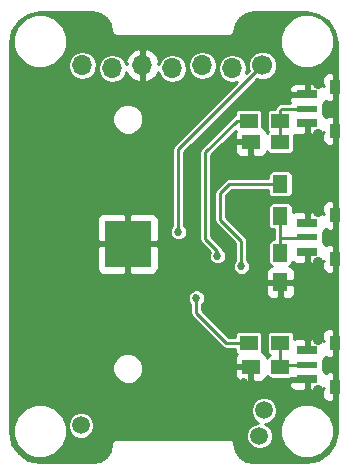
<source format=gtl>
G04 #@! TF.FileFunction,Copper,L1,Top,Signal*
%FSLAX46Y46*%
G04 Gerber Fmt 4.6, Leading zero omitted, Abs format (unit mm)*
G04 Created by KiCad (PCBNEW 4.0.5-e0-6337~49~ubuntu16.04.1) date Fri Feb 10 02:02:51 2017*
%MOMM*%
%LPD*%
G01*
G04 APERTURE LIST*
%ADD10C,0.100000*%
%ADD11C,1.500000*%
%ADD12C,1.700000*%
%ADD13O,1.700000X1.700000*%
%ADD14R,1.500000X1.300000*%
%ADD15R,1.300000X1.500000*%
%ADD16R,1.250000X1.500000*%
%ADD17R,1.500000X1.250000*%
%ADD18R,3.960000X3.960000*%
%ADD19R,0.900000X1.300000*%
%ADD20C,0.900000*%
%ADD21R,1.800000X0.750000*%
%ADD22R,1.800000X0.600000*%
%ADD23C,0.685800*%
%ADD24C,0.250000*%
%ADD25C,0.254000*%
G04 APERTURE END LIST*
D10*
D11*
X21971000Y-34163000D03*
X21590000Y-36322000D03*
X6477000Y-35433000D03*
D12*
X21844000Y-4953000D03*
D13*
X19304000Y-5207000D03*
X16764000Y-4953000D03*
X14224000Y-5207000D03*
X11684000Y-4953000D03*
X9144000Y-5207000D03*
X6604000Y-4953000D03*
D14*
X23368000Y-28448000D03*
X20668000Y-28448000D03*
D15*
X23368000Y-17686000D03*
X23368000Y-14986000D03*
D16*
X23368000Y-20828000D03*
X23368000Y-23328000D03*
D17*
X23368000Y-11430000D03*
X20868000Y-11430000D03*
D18*
X10430000Y-20052000D03*
D14*
X23368000Y-9652000D03*
X20668000Y-9652000D03*
D17*
X23368000Y-30464000D03*
X20868000Y-30464000D03*
D19*
X28000000Y-32150000D03*
X28000000Y-28450000D03*
D20*
X26550000Y-28175000D03*
X26550000Y-32425000D03*
D21*
X25650000Y-31525000D03*
D22*
X25650000Y-30300000D03*
D21*
X25650000Y-29075000D03*
D19*
X28004000Y-21344500D03*
X28004000Y-17644500D03*
D20*
X26554000Y-17369500D03*
X26554000Y-21619500D03*
D21*
X25654000Y-20719500D03*
D22*
X25654000Y-19494500D03*
D21*
X25654000Y-18269500D03*
D19*
X28004000Y-10486000D03*
X28004000Y-6786000D03*
D20*
X26554000Y-6511000D03*
X26554000Y-10761000D03*
D21*
X25654000Y-9861000D03*
D22*
X25654000Y-8636000D03*
D21*
X25654000Y-7411000D03*
D23*
X7620000Y-37592000D03*
X18034000Y-23368000D03*
X20447000Y-37592000D03*
X7620000Y-31242000D03*
X7620000Y-32766000D03*
X9144000Y-32766000D03*
X20320000Y-31750000D03*
X17780000Y-31750000D03*
X19050000Y-31750000D03*
X11430000Y-26924000D03*
X9906000Y-26924000D03*
X19304000Y-16256000D03*
X20320000Y-16256000D03*
X21336000Y-16256000D03*
X22352000Y-16256000D03*
X14732000Y-19050000D03*
X18034000Y-21082000D03*
X20066000Y-21970000D03*
X16256000Y-24638000D03*
D24*
X23368000Y-23328000D02*
X18074000Y-23328000D01*
X18074000Y-23328000D02*
X18034000Y-23368000D01*
X25654000Y-8636000D02*
X23484000Y-8636000D01*
X23484000Y-8636000D02*
X23368000Y-8752000D01*
X23368000Y-8752000D02*
X23368000Y-9652000D01*
X23550000Y-9470000D02*
X23368000Y-9652000D01*
X23368000Y-9652000D02*
X23368000Y-11430000D01*
X23368000Y-18542000D02*
X23368000Y-19558000D01*
X23368000Y-19558000D02*
X23368000Y-20828000D01*
X25654000Y-19558000D02*
X24240000Y-19558000D01*
X24240000Y-19558000D02*
X23368000Y-19558000D01*
X23368000Y-18542000D02*
X23368000Y-18686000D01*
X23368000Y-17686000D02*
X23368000Y-18542000D01*
X23368000Y-20828000D02*
X23368000Y-19828000D01*
X25650000Y-30300000D02*
X23532000Y-30300000D01*
X23532000Y-30300000D02*
X23368000Y-30464000D01*
X23368000Y-28448000D02*
X23368000Y-29464000D01*
X23368000Y-29464000D02*
X23368000Y-30464000D01*
X23876000Y-28432000D02*
X23876000Y-28164000D01*
X14732000Y-19050000D02*
X14732000Y-12065000D01*
X14732000Y-12065000D02*
X21844000Y-4953000D01*
X17018000Y-19641736D02*
X17018000Y-13716000D01*
X20668000Y-9652000D02*
X19668000Y-9652000D01*
X19668000Y-9652000D02*
X17018000Y-12302000D01*
X17018000Y-12302000D02*
X17018000Y-13716000D01*
X18034000Y-21082000D02*
X18034000Y-20657736D01*
X18034000Y-20657736D02*
X17018000Y-19641736D01*
X18288000Y-18034000D02*
X18542000Y-18288000D01*
X20066000Y-19812000D02*
X18542000Y-18288000D01*
X18542000Y-18288000D02*
X19050000Y-18796000D01*
X20066000Y-21970000D02*
X20066000Y-19812000D01*
X23368000Y-14986000D02*
X19050000Y-14986000D01*
X19050000Y-14986000D02*
X18288000Y-15748000D01*
X18288000Y-15748000D02*
X18288000Y-18034000D01*
X20668000Y-28448000D02*
X18796000Y-28448000D01*
X18796000Y-28448000D02*
X16256000Y-25908000D01*
X16256000Y-25908000D02*
X16256000Y-24638000D01*
D25*
G36*
X8087445Y-577712D02*
X8585456Y-910472D01*
X8918216Y-1408483D01*
X9052762Y-2084889D01*
X9068391Y-2122620D01*
X9078711Y-2174504D01*
X9108101Y-2218490D01*
X9120850Y-2249268D01*
X9144406Y-2272824D01*
X9177559Y-2322441D01*
X9227176Y-2355594D01*
X9246660Y-2375078D01*
X9272118Y-2385623D01*
X9325496Y-2421289D01*
X9388458Y-2433813D01*
X9411038Y-2443166D01*
X9435479Y-2443166D01*
X9500000Y-2456000D01*
X19000000Y-2456000D01*
X19064521Y-2443166D01*
X19088962Y-2443166D01*
X19111543Y-2433813D01*
X19174504Y-2421289D01*
X19227879Y-2385625D01*
X19253340Y-2375079D01*
X19272827Y-2355592D01*
X19322441Y-2322441D01*
X19355593Y-2272825D01*
X19379150Y-2249268D01*
X19391899Y-2218490D01*
X19421289Y-2174504D01*
X19431609Y-2122620D01*
X19447238Y-2084889D01*
X19581784Y-1408483D01*
X19914544Y-910472D01*
X20412555Y-577712D01*
X21024440Y-456000D01*
X25555089Y-456000D01*
X26570128Y-657904D01*
X27392562Y-1207438D01*
X27942096Y-2029872D01*
X28144000Y-3044911D01*
X28144000Y-5646750D01*
X28131000Y-5659750D01*
X28131000Y-6659000D01*
X28144000Y-6659000D01*
X28144000Y-6913000D01*
X28131000Y-6913000D01*
X28131000Y-7912250D01*
X28144000Y-7925250D01*
X28144000Y-9346750D01*
X28131000Y-9359750D01*
X28131000Y-10359000D01*
X28144000Y-10359000D01*
X28144000Y-10613000D01*
X28131000Y-10613000D01*
X28131000Y-11612250D01*
X28144000Y-11625250D01*
X28144000Y-16505250D01*
X28131000Y-16518250D01*
X28131000Y-17517500D01*
X28144000Y-17517500D01*
X28144000Y-17771500D01*
X28131000Y-17771500D01*
X28131000Y-18770750D01*
X28144000Y-18783750D01*
X28144000Y-20205250D01*
X28131000Y-20218250D01*
X28131000Y-21217500D01*
X28144000Y-21217500D01*
X28144000Y-21471500D01*
X28131000Y-21471500D01*
X28131000Y-22470750D01*
X28144000Y-22483750D01*
X28144000Y-27306750D01*
X28127000Y-27323750D01*
X28127000Y-28323000D01*
X28144000Y-28323000D01*
X28144000Y-28577000D01*
X28127000Y-28577000D01*
X28127000Y-29576250D01*
X28144000Y-29593250D01*
X28144000Y-31006750D01*
X28127000Y-31023750D01*
X28127000Y-32023000D01*
X28144000Y-32023000D01*
X28144000Y-32277000D01*
X28127000Y-32277000D01*
X28127000Y-33276250D01*
X28144000Y-33293250D01*
X28144000Y-35955089D01*
X27942096Y-36970128D01*
X27392562Y-37792562D01*
X26570128Y-38342096D01*
X25555089Y-38544000D01*
X21044911Y-38544000D01*
X20412555Y-38418216D01*
X19914544Y-38085456D01*
X19581784Y-37587445D01*
X19447238Y-36911039D01*
X19430051Y-36869546D01*
X19421289Y-36825496D01*
X19396336Y-36788152D01*
X19379150Y-36746660D01*
X19347394Y-36714903D01*
X19322441Y-36677559D01*
X19285098Y-36652607D01*
X19253340Y-36620849D01*
X19211845Y-36603661D01*
X19174504Y-36578711D01*
X19130456Y-36569949D01*
X19088962Y-36552762D01*
X19044050Y-36552762D01*
X19009970Y-36545983D01*
X20458804Y-36545983D01*
X20630625Y-36961823D01*
X20948503Y-37280256D01*
X21364043Y-37452804D01*
X21813983Y-37453196D01*
X22229823Y-37281375D01*
X22548256Y-36963497D01*
X22720804Y-36547957D01*
X22720975Y-36350936D01*
X23322606Y-36350936D01*
X23668528Y-37188132D01*
X24308499Y-37829221D01*
X25145090Y-38176604D01*
X26050936Y-38177394D01*
X26888132Y-37831472D01*
X27529221Y-37191501D01*
X27876604Y-36354910D01*
X27877394Y-35449064D01*
X27531472Y-34611868D01*
X26891501Y-33970779D01*
X26054910Y-33623396D01*
X25149064Y-33622606D01*
X24311868Y-33968528D01*
X23670779Y-34608499D01*
X23323396Y-35445090D01*
X23322606Y-36350936D01*
X22720975Y-36350936D01*
X22721196Y-36098017D01*
X22549375Y-35682177D01*
X22231497Y-35363744D01*
X22063732Y-35294082D01*
X22194983Y-35294196D01*
X22610823Y-35122375D01*
X22929256Y-34804497D01*
X23101804Y-34388957D01*
X23102196Y-33939017D01*
X22930375Y-33523177D01*
X22612497Y-33204744D01*
X22196957Y-33032196D01*
X21747017Y-33031804D01*
X21331177Y-33203625D01*
X21012744Y-33521503D01*
X20840196Y-33937043D01*
X20839804Y-34386983D01*
X21011625Y-34802823D01*
X21329503Y-35121256D01*
X21497268Y-35190918D01*
X21366017Y-35190804D01*
X20950177Y-35362625D01*
X20631744Y-35680503D01*
X20459196Y-36096043D01*
X20458804Y-36545983D01*
X19009970Y-36545983D01*
X19000000Y-36544000D01*
X9500000Y-36544000D01*
X9455950Y-36552762D01*
X9411038Y-36552762D01*
X9369545Y-36569949D01*
X9325496Y-36578711D01*
X9288152Y-36603663D01*
X9246660Y-36620850D01*
X9214904Y-36652606D01*
X9177559Y-36677559D01*
X9152606Y-36714904D01*
X9120850Y-36746660D01*
X9103664Y-36788152D01*
X9078711Y-36825496D01*
X9069949Y-36869546D01*
X9052762Y-36911039D01*
X8918216Y-37587445D01*
X8585456Y-38085456D01*
X8087445Y-38418216D01*
X7455088Y-38544000D01*
X3044911Y-38544000D01*
X2029872Y-38342096D01*
X1207438Y-37792562D01*
X657904Y-36970128D01*
X534739Y-36350936D01*
X722606Y-36350936D01*
X1068528Y-37188132D01*
X1708499Y-37829221D01*
X2545090Y-38176604D01*
X3450936Y-38177394D01*
X4288132Y-37831472D01*
X4929221Y-37191501D01*
X5276604Y-36354910D01*
X5277212Y-35656983D01*
X5345804Y-35656983D01*
X5517625Y-36072823D01*
X5835503Y-36391256D01*
X6251043Y-36563804D01*
X6700983Y-36564196D01*
X7116823Y-36392375D01*
X7435256Y-36074497D01*
X7607804Y-35658957D01*
X7608196Y-35209017D01*
X7436375Y-34793177D01*
X7118497Y-34474744D01*
X6702957Y-34302196D01*
X6253017Y-34301804D01*
X5837177Y-34473625D01*
X5518744Y-34791503D01*
X5346196Y-35207043D01*
X5345804Y-35656983D01*
X5277212Y-35656983D01*
X5277394Y-35449064D01*
X4931472Y-34611868D01*
X4291501Y-33970779D01*
X3454910Y-33623396D01*
X2549064Y-33622606D01*
X1711868Y-33968528D01*
X1070779Y-34608499D01*
X723396Y-35445090D01*
X722606Y-36350936D01*
X534739Y-36350936D01*
X456000Y-35955089D01*
X456000Y-30865640D01*
X9123774Y-30865640D01*
X9322182Y-31345823D01*
X9689245Y-31713527D01*
X10169081Y-31912773D01*
X10688640Y-31913226D01*
X10936650Y-31810750D01*
X24115000Y-31810750D01*
X24115000Y-32026310D01*
X24211673Y-32259699D01*
X24390302Y-32438327D01*
X24623691Y-32535000D01*
X25364250Y-32535000D01*
X25523000Y-32376250D01*
X25523000Y-31652000D01*
X24273750Y-31652000D01*
X24115000Y-31810750D01*
X10936650Y-31810750D01*
X11168823Y-31714818D01*
X11536527Y-31347755D01*
X11735773Y-30867919D01*
X11735876Y-30749750D01*
X19483000Y-30749750D01*
X19483000Y-31215310D01*
X19579673Y-31448699D01*
X19758302Y-31627327D01*
X19991691Y-31724000D01*
X20582250Y-31724000D01*
X20741000Y-31565250D01*
X20741000Y-30591000D01*
X19641750Y-30591000D01*
X19483000Y-30749750D01*
X11735876Y-30749750D01*
X11736226Y-30348360D01*
X11537818Y-29868177D01*
X11170755Y-29500473D01*
X10690919Y-29301227D01*
X10171360Y-29300774D01*
X9691177Y-29499182D01*
X9323473Y-29866245D01*
X9124227Y-30346081D01*
X9123774Y-30865640D01*
X456000Y-30865640D01*
X456000Y-24781361D01*
X15531975Y-24781361D01*
X15641950Y-25047521D01*
X15750000Y-25155760D01*
X15750000Y-25908000D01*
X15788517Y-26101638D01*
X15898204Y-26265796D01*
X18438204Y-28805796D01*
X18602362Y-28915483D01*
X18796000Y-28954000D01*
X19529536Y-28954000D01*
X19529536Y-29098000D01*
X19556103Y-29239190D01*
X19639546Y-29368865D01*
X19669585Y-29389390D01*
X19579673Y-29479301D01*
X19483000Y-29712690D01*
X19483000Y-30178250D01*
X19641750Y-30337000D01*
X20741000Y-30337000D01*
X20741000Y-30317000D01*
X20995000Y-30317000D01*
X20995000Y-30337000D01*
X21015000Y-30337000D01*
X21015000Y-30591000D01*
X20995000Y-30591000D01*
X20995000Y-31565250D01*
X21153750Y-31724000D01*
X21744309Y-31724000D01*
X21977698Y-31627327D01*
X22156327Y-31448699D01*
X22253000Y-31215310D01*
X22253000Y-31213699D01*
X22256103Y-31230190D01*
X22339546Y-31359865D01*
X22466866Y-31446859D01*
X22618000Y-31477464D01*
X24118000Y-31477464D01*
X24259190Y-31450897D01*
X24341395Y-31398000D01*
X25523000Y-31398000D01*
X25523000Y-31378000D01*
X25777000Y-31378000D01*
X25777000Y-31398000D01*
X25797000Y-31398000D01*
X25797000Y-31652000D01*
X25777000Y-31652000D01*
X25777000Y-32376250D01*
X25935750Y-32535000D01*
X26676309Y-32535000D01*
X26909698Y-32438327D01*
X27071024Y-32277002D01*
X27073748Y-32277002D01*
X26915000Y-32435750D01*
X26915000Y-32926309D01*
X27011673Y-33159698D01*
X27190301Y-33338327D01*
X27423690Y-33435000D01*
X27714250Y-33435000D01*
X27873000Y-33276250D01*
X27873000Y-32277000D01*
X27853000Y-32277000D01*
X27853000Y-32023000D01*
X27873000Y-32023000D01*
X27873000Y-31023750D01*
X27714250Y-30865000D01*
X27423690Y-30865000D01*
X27190301Y-30961673D01*
X27168388Y-30983586D01*
X27088327Y-30790301D01*
X26931654Y-30633629D01*
X26938464Y-30600000D01*
X26938464Y-30000000D01*
X26932060Y-29965965D01*
X27088327Y-29809699D01*
X27168388Y-29616414D01*
X27190301Y-29638327D01*
X27423690Y-29735000D01*
X27714250Y-29735000D01*
X27873000Y-29576250D01*
X27873000Y-28577000D01*
X27853000Y-28577000D01*
X27853000Y-28323000D01*
X27873000Y-28323000D01*
X27873000Y-27323750D01*
X27714250Y-27165000D01*
X27423690Y-27165000D01*
X27190301Y-27261673D01*
X27011673Y-27440302D01*
X26915000Y-27673691D01*
X26915000Y-28164250D01*
X27073748Y-28322998D01*
X27071024Y-28322998D01*
X26909698Y-28161673D01*
X26676309Y-28065000D01*
X25935750Y-28065000D01*
X25777000Y-28223750D01*
X25777000Y-28948000D01*
X25797000Y-28948000D01*
X25797000Y-29202000D01*
X25777000Y-29202000D01*
X25777000Y-29222000D01*
X25523000Y-29222000D01*
X25523000Y-29202000D01*
X25503000Y-29202000D01*
X25503000Y-28948000D01*
X25523000Y-28948000D01*
X25523000Y-28223750D01*
X25364250Y-28065000D01*
X24623691Y-28065000D01*
X24506464Y-28113557D01*
X24506464Y-27798000D01*
X24479897Y-27656810D01*
X24396454Y-27527135D01*
X24269134Y-27440141D01*
X24118000Y-27409536D01*
X22618000Y-27409536D01*
X22476810Y-27436103D01*
X22347135Y-27519546D01*
X22260141Y-27646866D01*
X22229536Y-27798000D01*
X22229536Y-29098000D01*
X22256103Y-29239190D01*
X22339546Y-29368865D01*
X22466866Y-29455859D01*
X22526034Y-29467841D01*
X22476810Y-29477103D01*
X22347135Y-29560546D01*
X22260141Y-29687866D01*
X22253000Y-29723130D01*
X22253000Y-29712690D01*
X22156327Y-29479301D01*
X21977698Y-29300673D01*
X21781850Y-29219550D01*
X21806464Y-29098000D01*
X21806464Y-27798000D01*
X21779897Y-27656810D01*
X21696454Y-27527135D01*
X21569134Y-27440141D01*
X21418000Y-27409536D01*
X19918000Y-27409536D01*
X19776810Y-27436103D01*
X19647135Y-27519546D01*
X19560141Y-27646866D01*
X19529536Y-27798000D01*
X19529536Y-27942000D01*
X19005592Y-27942000D01*
X16762000Y-25698408D01*
X16762000Y-25155740D01*
X16869335Y-25048592D01*
X16979774Y-24782624D01*
X16980025Y-24494639D01*
X16870050Y-24228479D01*
X16666592Y-24024665D01*
X16400624Y-23914226D01*
X16112639Y-23913975D01*
X15846479Y-24023950D01*
X15642665Y-24227408D01*
X15532226Y-24493376D01*
X15531975Y-24781361D01*
X456000Y-24781361D01*
X456000Y-23613750D01*
X22108000Y-23613750D01*
X22108000Y-24204309D01*
X22204673Y-24437698D01*
X22383301Y-24616327D01*
X22616690Y-24713000D01*
X23082250Y-24713000D01*
X23241000Y-24554250D01*
X23241000Y-23455000D01*
X23495000Y-23455000D01*
X23495000Y-24554250D01*
X23653750Y-24713000D01*
X24119310Y-24713000D01*
X24352699Y-24616327D01*
X24531327Y-24437698D01*
X24628000Y-24204309D01*
X24628000Y-23613750D01*
X24469250Y-23455000D01*
X23495000Y-23455000D01*
X23241000Y-23455000D01*
X22266750Y-23455000D01*
X22108000Y-23613750D01*
X456000Y-23613750D01*
X456000Y-20337750D01*
X7815000Y-20337750D01*
X7815000Y-22158309D01*
X7911673Y-22391698D01*
X8090301Y-22570327D01*
X8323690Y-22667000D01*
X10144250Y-22667000D01*
X10303000Y-22508250D01*
X10303000Y-20179000D01*
X10557000Y-20179000D01*
X10557000Y-22508250D01*
X10715750Y-22667000D01*
X12536310Y-22667000D01*
X12769699Y-22570327D01*
X12948327Y-22391698D01*
X13045000Y-22158309D01*
X13045000Y-20337750D01*
X12886250Y-20179000D01*
X10557000Y-20179000D01*
X10303000Y-20179000D01*
X7973750Y-20179000D01*
X7815000Y-20337750D01*
X456000Y-20337750D01*
X456000Y-17945691D01*
X7815000Y-17945691D01*
X7815000Y-19766250D01*
X7973750Y-19925000D01*
X10303000Y-19925000D01*
X10303000Y-17595750D01*
X10557000Y-17595750D01*
X10557000Y-19925000D01*
X12886250Y-19925000D01*
X13045000Y-19766250D01*
X13045000Y-19193361D01*
X14007975Y-19193361D01*
X14117950Y-19459521D01*
X14321408Y-19663335D01*
X14587376Y-19773774D01*
X14875361Y-19774025D01*
X15141521Y-19664050D01*
X15345335Y-19460592D01*
X15455774Y-19194624D01*
X15456025Y-18906639D01*
X15346050Y-18640479D01*
X15238000Y-18532240D01*
X15238000Y-12302000D01*
X16512000Y-12302000D01*
X16512000Y-19641736D01*
X16550517Y-19835374D01*
X16660204Y-19999532D01*
X17394674Y-20734002D01*
X17310226Y-20937376D01*
X17309975Y-21225361D01*
X17419950Y-21491521D01*
X17623408Y-21695335D01*
X17889376Y-21805774D01*
X18177361Y-21806025D01*
X18443521Y-21696050D01*
X18647335Y-21492592D01*
X18757774Y-21226624D01*
X18758025Y-20938639D01*
X18648050Y-20672479D01*
X18516775Y-20540974D01*
X18501483Y-20464098D01*
X18391796Y-20299940D01*
X17524000Y-19432144D01*
X17524000Y-15748000D01*
X17782000Y-15748000D01*
X17782000Y-18034000D01*
X17820517Y-18227638D01*
X17930204Y-18391796D01*
X19560000Y-20021592D01*
X19560000Y-21452260D01*
X19452665Y-21559408D01*
X19342226Y-21825376D01*
X19341975Y-22113361D01*
X19451950Y-22379521D01*
X19655408Y-22583335D01*
X19921376Y-22693774D01*
X20209361Y-22694025D01*
X20475521Y-22584050D01*
X20608111Y-22451691D01*
X22108000Y-22451691D01*
X22108000Y-23042250D01*
X22266750Y-23201000D01*
X23241000Y-23201000D01*
X23241000Y-23181000D01*
X23495000Y-23181000D01*
X23495000Y-23201000D01*
X24469250Y-23201000D01*
X24628000Y-23042250D01*
X24628000Y-22451691D01*
X24531327Y-22218302D01*
X24352699Y-22039673D01*
X24119310Y-21943000D01*
X24117699Y-21943000D01*
X24134190Y-21939897D01*
X24263865Y-21856454D01*
X24350859Y-21729134D01*
X24374393Y-21612918D01*
X24394302Y-21632827D01*
X24627691Y-21729500D01*
X25368250Y-21729500D01*
X25527000Y-21570750D01*
X25527000Y-20846500D01*
X25507000Y-20846500D01*
X25507000Y-20592500D01*
X25527000Y-20592500D01*
X25527000Y-20572500D01*
X25781000Y-20572500D01*
X25781000Y-20592500D01*
X25801000Y-20592500D01*
X25801000Y-20846500D01*
X25781000Y-20846500D01*
X25781000Y-21570750D01*
X25939750Y-21729500D01*
X26680309Y-21729500D01*
X26913698Y-21632827D01*
X27075024Y-21471502D01*
X27077748Y-21471502D01*
X26919000Y-21630250D01*
X26919000Y-22120809D01*
X27015673Y-22354198D01*
X27194301Y-22532827D01*
X27427690Y-22629500D01*
X27718250Y-22629500D01*
X27877000Y-22470750D01*
X27877000Y-21471500D01*
X27857000Y-21471500D01*
X27857000Y-21217500D01*
X27877000Y-21217500D01*
X27877000Y-20218250D01*
X27718250Y-20059500D01*
X27427690Y-20059500D01*
X27194301Y-20156173D01*
X27172388Y-20178086D01*
X27092327Y-19984801D01*
X26935654Y-19828129D01*
X26942464Y-19794500D01*
X26942464Y-19194500D01*
X26936060Y-19160465D01*
X27092327Y-19004199D01*
X27172388Y-18810914D01*
X27194301Y-18832827D01*
X27427690Y-18929500D01*
X27718250Y-18929500D01*
X27877000Y-18770750D01*
X27877000Y-17771500D01*
X27857000Y-17771500D01*
X27857000Y-17517500D01*
X27877000Y-17517500D01*
X27877000Y-16518250D01*
X27718250Y-16359500D01*
X27427690Y-16359500D01*
X27194301Y-16456173D01*
X27015673Y-16634802D01*
X26919000Y-16868191D01*
X26919000Y-17358750D01*
X27077748Y-17517498D01*
X27075024Y-17517498D01*
X26913698Y-17356173D01*
X26680309Y-17259500D01*
X25939750Y-17259500D01*
X25781000Y-17418250D01*
X25781000Y-18142500D01*
X25801000Y-18142500D01*
X25801000Y-18396500D01*
X25781000Y-18396500D01*
X25781000Y-18416500D01*
X25527000Y-18416500D01*
X25527000Y-18396500D01*
X25507000Y-18396500D01*
X25507000Y-18142500D01*
X25527000Y-18142500D01*
X25527000Y-17418250D01*
X25368250Y-17259500D01*
X24627691Y-17259500D01*
X24406464Y-17351135D01*
X24406464Y-16936000D01*
X24379897Y-16794810D01*
X24296454Y-16665135D01*
X24169134Y-16578141D01*
X24018000Y-16547536D01*
X22718000Y-16547536D01*
X22576810Y-16574103D01*
X22447135Y-16657546D01*
X22360141Y-16784866D01*
X22329536Y-16936000D01*
X22329536Y-18436000D01*
X22356103Y-18577190D01*
X22439546Y-18706865D01*
X22566866Y-18793859D01*
X22718000Y-18824464D01*
X22862000Y-18824464D01*
X22862000Y-19689536D01*
X22743000Y-19689536D01*
X22601810Y-19716103D01*
X22472135Y-19799546D01*
X22385141Y-19926866D01*
X22354536Y-20078000D01*
X22354536Y-21578000D01*
X22381103Y-21719190D01*
X22464546Y-21848865D01*
X22591866Y-21935859D01*
X22627130Y-21943000D01*
X22616690Y-21943000D01*
X22383301Y-22039673D01*
X22204673Y-22218302D01*
X22108000Y-22451691D01*
X20608111Y-22451691D01*
X20679335Y-22380592D01*
X20789774Y-22114624D01*
X20790025Y-21826639D01*
X20680050Y-21560479D01*
X20572000Y-21452240D01*
X20572000Y-19812000D01*
X20533483Y-19618362D01*
X20423796Y-19454204D01*
X18794000Y-17824408D01*
X18794000Y-15957592D01*
X19259592Y-15492000D01*
X22329536Y-15492000D01*
X22329536Y-15736000D01*
X22356103Y-15877190D01*
X22439546Y-16006865D01*
X22566866Y-16093859D01*
X22718000Y-16124464D01*
X24018000Y-16124464D01*
X24159190Y-16097897D01*
X24288865Y-16014454D01*
X24375859Y-15887134D01*
X24406464Y-15736000D01*
X24406464Y-14236000D01*
X24379897Y-14094810D01*
X24296454Y-13965135D01*
X24169134Y-13878141D01*
X24018000Y-13847536D01*
X22718000Y-13847536D01*
X22576810Y-13874103D01*
X22447135Y-13957546D01*
X22360141Y-14084866D01*
X22329536Y-14236000D01*
X22329536Y-14480000D01*
X19050000Y-14480000D01*
X18856362Y-14518517D01*
X18692204Y-14628204D01*
X17930204Y-15390204D01*
X17820517Y-15554362D01*
X17782000Y-15748000D01*
X17524000Y-15748000D01*
X17524000Y-12511592D01*
X18319842Y-11715750D01*
X19483000Y-11715750D01*
X19483000Y-12181310D01*
X19579673Y-12414699D01*
X19758302Y-12593327D01*
X19991691Y-12690000D01*
X20582250Y-12690000D01*
X20741000Y-12531250D01*
X20741000Y-11557000D01*
X19641750Y-11557000D01*
X19483000Y-11715750D01*
X18319842Y-11715750D01*
X19570315Y-10465277D01*
X19570974Y-10466301D01*
X19483000Y-10678690D01*
X19483000Y-11144250D01*
X19641750Y-11303000D01*
X20741000Y-11303000D01*
X20741000Y-11283000D01*
X20995000Y-11283000D01*
X20995000Y-11303000D01*
X21015000Y-11303000D01*
X21015000Y-11557000D01*
X20995000Y-11557000D01*
X20995000Y-12531250D01*
X21153750Y-12690000D01*
X21744309Y-12690000D01*
X21977698Y-12593327D01*
X22156327Y-12414699D01*
X22253000Y-12181310D01*
X22253000Y-12179699D01*
X22256103Y-12196190D01*
X22339546Y-12325865D01*
X22466866Y-12412859D01*
X22618000Y-12443464D01*
X24118000Y-12443464D01*
X24259190Y-12416897D01*
X24388865Y-12333454D01*
X24475859Y-12206134D01*
X24506464Y-12055000D01*
X24506464Y-10820786D01*
X24627691Y-10871000D01*
X25368250Y-10871000D01*
X25527000Y-10712250D01*
X25527000Y-9988000D01*
X25507000Y-9988000D01*
X25507000Y-9734000D01*
X25527000Y-9734000D01*
X25527000Y-9714000D01*
X25781000Y-9714000D01*
X25781000Y-9734000D01*
X25801000Y-9734000D01*
X25801000Y-9988000D01*
X25781000Y-9988000D01*
X25781000Y-10712250D01*
X25939750Y-10871000D01*
X26680309Y-10871000D01*
X26913698Y-10774327D01*
X27075024Y-10613002D01*
X27077748Y-10613002D01*
X26919000Y-10771750D01*
X26919000Y-11262309D01*
X27015673Y-11495698D01*
X27194301Y-11674327D01*
X27427690Y-11771000D01*
X27718250Y-11771000D01*
X27877000Y-11612250D01*
X27877000Y-10613000D01*
X27857000Y-10613000D01*
X27857000Y-10359000D01*
X27877000Y-10359000D01*
X27877000Y-9359750D01*
X27718250Y-9201000D01*
X27427690Y-9201000D01*
X27194301Y-9297673D01*
X27172388Y-9319586D01*
X27092327Y-9126301D01*
X26935654Y-8969629D01*
X26942464Y-8936000D01*
X26942464Y-8336000D01*
X26936060Y-8301965D01*
X27092327Y-8145699D01*
X27172388Y-7952414D01*
X27194301Y-7974327D01*
X27427690Y-8071000D01*
X27718250Y-8071000D01*
X27877000Y-7912250D01*
X27877000Y-6913000D01*
X27857000Y-6913000D01*
X27857000Y-6659000D01*
X27877000Y-6659000D01*
X27877000Y-5659750D01*
X27718250Y-5501000D01*
X27427690Y-5501000D01*
X27194301Y-5597673D01*
X27015673Y-5776302D01*
X26919000Y-6009691D01*
X26919000Y-6500250D01*
X27077748Y-6658998D01*
X27075024Y-6658998D01*
X26913698Y-6497673D01*
X26680309Y-6401000D01*
X25939750Y-6401000D01*
X25781000Y-6559750D01*
X25781000Y-7284000D01*
X25801000Y-7284000D01*
X25801000Y-7538000D01*
X25781000Y-7538000D01*
X25781000Y-7558000D01*
X25527000Y-7558000D01*
X25527000Y-7538000D01*
X24277750Y-7538000D01*
X24119000Y-7696750D01*
X24119000Y-7912310D01*
X24209170Y-8130000D01*
X23484000Y-8130000D01*
X23290362Y-8168517D01*
X23174401Y-8246000D01*
X23126204Y-8278204D01*
X23010204Y-8394204D01*
X22900517Y-8558362D01*
X22889542Y-8613536D01*
X22618000Y-8613536D01*
X22476810Y-8640103D01*
X22347135Y-8723546D01*
X22260141Y-8850866D01*
X22229536Y-9002000D01*
X22229536Y-10302000D01*
X22256103Y-10443190D01*
X22327877Y-10554731D01*
X22260141Y-10653866D01*
X22253000Y-10689130D01*
X22253000Y-10678690D01*
X22156327Y-10445301D01*
X21977698Y-10266673D01*
X21806464Y-10195745D01*
X21806464Y-9002000D01*
X21779897Y-8860810D01*
X21696454Y-8731135D01*
X21569134Y-8644141D01*
X21418000Y-8613536D01*
X19918000Y-8613536D01*
X19776810Y-8640103D01*
X19647135Y-8723546D01*
X19560141Y-8850866D01*
X19529536Y-9002000D01*
X19529536Y-9173542D01*
X19474362Y-9184517D01*
X19310204Y-9294204D01*
X16660204Y-11944204D01*
X16550517Y-12108362D01*
X16512000Y-12302000D01*
X15238000Y-12302000D01*
X15238000Y-12274592D01*
X20602902Y-6909690D01*
X24119000Y-6909690D01*
X24119000Y-7125250D01*
X24277750Y-7284000D01*
X25527000Y-7284000D01*
X25527000Y-6559750D01*
X25368250Y-6401000D01*
X24627691Y-6401000D01*
X24394302Y-6497673D01*
X24215673Y-6676301D01*
X24119000Y-6909690D01*
X20602902Y-6909690D01*
X21407808Y-6104784D01*
X21598065Y-6183786D01*
X22087787Y-6184213D01*
X22540395Y-5997200D01*
X22886983Y-5651216D01*
X23074786Y-5198935D01*
X23075213Y-4709213D01*
X22888200Y-4256605D01*
X22542216Y-3910017D01*
X22089935Y-3722214D01*
X21600213Y-3721787D01*
X21147605Y-3908800D01*
X20801017Y-4254784D01*
X20613214Y-4707065D01*
X20612787Y-5196787D01*
X20692266Y-5389142D01*
X20456713Y-5624695D01*
X20535000Y-5231117D01*
X20535000Y-5182883D01*
X20441296Y-4711800D01*
X20174448Y-4312435D01*
X19775083Y-4045587D01*
X19304000Y-3951883D01*
X18832917Y-4045587D01*
X18433552Y-4312435D01*
X18166704Y-4711800D01*
X18073000Y-5182883D01*
X18073000Y-5231117D01*
X18166704Y-5702200D01*
X18433552Y-6101565D01*
X18832917Y-6368413D01*
X19304000Y-6462117D01*
X19697578Y-6383830D01*
X14374204Y-11707204D01*
X14264517Y-11871362D01*
X14226000Y-12065000D01*
X14226000Y-18532260D01*
X14118665Y-18639408D01*
X14008226Y-18905376D01*
X14007975Y-19193361D01*
X13045000Y-19193361D01*
X13045000Y-17945691D01*
X12948327Y-17712302D01*
X12769699Y-17533673D01*
X12536310Y-17437000D01*
X10715750Y-17437000D01*
X10557000Y-17595750D01*
X10303000Y-17595750D01*
X10144250Y-17437000D01*
X8323690Y-17437000D01*
X8090301Y-17533673D01*
X7911673Y-17712302D01*
X7815000Y-17945691D01*
X456000Y-17945691D01*
X456000Y-9755640D01*
X9123774Y-9755640D01*
X9322182Y-10235823D01*
X9689245Y-10603527D01*
X10169081Y-10802773D01*
X10688640Y-10803226D01*
X11168823Y-10604818D01*
X11536527Y-10237755D01*
X11735773Y-9757919D01*
X11736226Y-9238360D01*
X11537818Y-8758177D01*
X11170755Y-8390473D01*
X10690919Y-8191227D01*
X10171360Y-8190774D01*
X9691177Y-8389182D01*
X9323473Y-8756245D01*
X9124227Y-9236081D01*
X9123774Y-9755640D01*
X456000Y-9755640D01*
X456000Y-3350936D01*
X722606Y-3350936D01*
X1068528Y-4188132D01*
X1708499Y-4829221D01*
X2545090Y-5176604D01*
X3450936Y-5177394D01*
X4052379Y-4928883D01*
X5373000Y-4928883D01*
X5373000Y-4977117D01*
X5466704Y-5448200D01*
X5733552Y-5847565D01*
X6132917Y-6114413D01*
X6604000Y-6208117D01*
X7075083Y-6114413D01*
X7474448Y-5847565D01*
X7741296Y-5448200D01*
X7794070Y-5182883D01*
X7913000Y-5182883D01*
X7913000Y-5231117D01*
X8006704Y-5702200D01*
X8273552Y-6101565D01*
X8672917Y-6368413D01*
X9144000Y-6462117D01*
X9615083Y-6368413D01*
X10014448Y-6101565D01*
X10281296Y-5702200D01*
X10324574Y-5484627D01*
X10488817Y-5834358D01*
X10917076Y-6224645D01*
X11327110Y-6394476D01*
X11557000Y-6273155D01*
X11557000Y-5080000D01*
X11537000Y-5080000D01*
X11537000Y-4826000D01*
X11557000Y-4826000D01*
X11557000Y-3632845D01*
X11811000Y-3632845D01*
X11811000Y-4826000D01*
X11831000Y-4826000D01*
X11831000Y-5080000D01*
X11811000Y-5080000D01*
X11811000Y-6273155D01*
X12040890Y-6394476D01*
X12450924Y-6224645D01*
X12879183Y-5834358D01*
X13043426Y-5484627D01*
X13086704Y-5702200D01*
X13353552Y-6101565D01*
X13752917Y-6368413D01*
X14224000Y-6462117D01*
X14695083Y-6368413D01*
X15094448Y-6101565D01*
X15361296Y-5702200D01*
X15455000Y-5231117D01*
X15455000Y-5182883D01*
X15404477Y-4928883D01*
X15533000Y-4928883D01*
X15533000Y-4977117D01*
X15626704Y-5448200D01*
X15893552Y-5847565D01*
X16292917Y-6114413D01*
X16764000Y-6208117D01*
X17235083Y-6114413D01*
X17634448Y-5847565D01*
X17901296Y-5448200D01*
X17995000Y-4977117D01*
X17995000Y-4928883D01*
X17901296Y-4457800D01*
X17634448Y-4058435D01*
X17235083Y-3791587D01*
X16764000Y-3697883D01*
X16292917Y-3791587D01*
X15893552Y-4058435D01*
X15626704Y-4457800D01*
X15533000Y-4928883D01*
X15404477Y-4928883D01*
X15361296Y-4711800D01*
X15094448Y-4312435D01*
X14695083Y-4045587D01*
X14224000Y-3951883D01*
X13752917Y-4045587D01*
X13353552Y-4312435D01*
X13086704Y-4711800D01*
X13063989Y-4825998D01*
X13004820Y-4825998D01*
X13125486Y-4596108D01*
X12879183Y-4071642D01*
X12450924Y-3681355D01*
X12040890Y-3511524D01*
X11811000Y-3632845D01*
X11557000Y-3632845D01*
X11327110Y-3511524D01*
X10917076Y-3681355D01*
X10488817Y-4071642D01*
X10242514Y-4596108D01*
X10363180Y-4825998D01*
X10304011Y-4825998D01*
X10281296Y-4711800D01*
X10014448Y-4312435D01*
X9615083Y-4045587D01*
X9144000Y-3951883D01*
X8672917Y-4045587D01*
X8273552Y-4312435D01*
X8006704Y-4711800D01*
X7913000Y-5182883D01*
X7794070Y-5182883D01*
X7835000Y-4977117D01*
X7835000Y-4928883D01*
X7741296Y-4457800D01*
X7474448Y-4058435D01*
X7075083Y-3791587D01*
X6604000Y-3697883D01*
X6132917Y-3791587D01*
X5733552Y-4058435D01*
X5466704Y-4457800D01*
X5373000Y-4928883D01*
X4052379Y-4928883D01*
X4288132Y-4831472D01*
X4929221Y-4191501D01*
X5276604Y-3354910D01*
X5276607Y-3350936D01*
X23322606Y-3350936D01*
X23668528Y-4188132D01*
X24308499Y-4829221D01*
X25145090Y-5176604D01*
X26050936Y-5177394D01*
X26888132Y-4831472D01*
X27529221Y-4191501D01*
X27876604Y-3354910D01*
X27877394Y-2449064D01*
X27531472Y-1611868D01*
X26891501Y-970779D01*
X26054910Y-623396D01*
X25149064Y-622606D01*
X24311868Y-968528D01*
X23670779Y-1608499D01*
X23323396Y-2445090D01*
X23322606Y-3350936D01*
X5276607Y-3350936D01*
X5277394Y-2449064D01*
X4931472Y-1611868D01*
X4291501Y-970779D01*
X3454910Y-623396D01*
X2549064Y-622606D01*
X1711868Y-968528D01*
X1070779Y-1608499D01*
X723396Y-2445090D01*
X722606Y-3350936D01*
X456000Y-3350936D01*
X456000Y-3044911D01*
X657904Y-2029872D01*
X1207438Y-1207438D01*
X2029872Y-657904D01*
X3044911Y-456000D01*
X7475560Y-456000D01*
X8087445Y-577712D01*
X8087445Y-577712D01*
G37*
X8087445Y-577712D02*
X8585456Y-910472D01*
X8918216Y-1408483D01*
X9052762Y-2084889D01*
X9068391Y-2122620D01*
X9078711Y-2174504D01*
X9108101Y-2218490D01*
X9120850Y-2249268D01*
X9144406Y-2272824D01*
X9177559Y-2322441D01*
X9227176Y-2355594D01*
X9246660Y-2375078D01*
X9272118Y-2385623D01*
X9325496Y-2421289D01*
X9388458Y-2433813D01*
X9411038Y-2443166D01*
X9435479Y-2443166D01*
X9500000Y-2456000D01*
X19000000Y-2456000D01*
X19064521Y-2443166D01*
X19088962Y-2443166D01*
X19111543Y-2433813D01*
X19174504Y-2421289D01*
X19227879Y-2385625D01*
X19253340Y-2375079D01*
X19272827Y-2355592D01*
X19322441Y-2322441D01*
X19355593Y-2272825D01*
X19379150Y-2249268D01*
X19391899Y-2218490D01*
X19421289Y-2174504D01*
X19431609Y-2122620D01*
X19447238Y-2084889D01*
X19581784Y-1408483D01*
X19914544Y-910472D01*
X20412555Y-577712D01*
X21024440Y-456000D01*
X25555089Y-456000D01*
X26570128Y-657904D01*
X27392562Y-1207438D01*
X27942096Y-2029872D01*
X28144000Y-3044911D01*
X28144000Y-5646750D01*
X28131000Y-5659750D01*
X28131000Y-6659000D01*
X28144000Y-6659000D01*
X28144000Y-6913000D01*
X28131000Y-6913000D01*
X28131000Y-7912250D01*
X28144000Y-7925250D01*
X28144000Y-9346750D01*
X28131000Y-9359750D01*
X28131000Y-10359000D01*
X28144000Y-10359000D01*
X28144000Y-10613000D01*
X28131000Y-10613000D01*
X28131000Y-11612250D01*
X28144000Y-11625250D01*
X28144000Y-16505250D01*
X28131000Y-16518250D01*
X28131000Y-17517500D01*
X28144000Y-17517500D01*
X28144000Y-17771500D01*
X28131000Y-17771500D01*
X28131000Y-18770750D01*
X28144000Y-18783750D01*
X28144000Y-20205250D01*
X28131000Y-20218250D01*
X28131000Y-21217500D01*
X28144000Y-21217500D01*
X28144000Y-21471500D01*
X28131000Y-21471500D01*
X28131000Y-22470750D01*
X28144000Y-22483750D01*
X28144000Y-27306750D01*
X28127000Y-27323750D01*
X28127000Y-28323000D01*
X28144000Y-28323000D01*
X28144000Y-28577000D01*
X28127000Y-28577000D01*
X28127000Y-29576250D01*
X28144000Y-29593250D01*
X28144000Y-31006750D01*
X28127000Y-31023750D01*
X28127000Y-32023000D01*
X28144000Y-32023000D01*
X28144000Y-32277000D01*
X28127000Y-32277000D01*
X28127000Y-33276250D01*
X28144000Y-33293250D01*
X28144000Y-35955089D01*
X27942096Y-36970128D01*
X27392562Y-37792562D01*
X26570128Y-38342096D01*
X25555089Y-38544000D01*
X21044911Y-38544000D01*
X20412555Y-38418216D01*
X19914544Y-38085456D01*
X19581784Y-37587445D01*
X19447238Y-36911039D01*
X19430051Y-36869546D01*
X19421289Y-36825496D01*
X19396336Y-36788152D01*
X19379150Y-36746660D01*
X19347394Y-36714903D01*
X19322441Y-36677559D01*
X19285098Y-36652607D01*
X19253340Y-36620849D01*
X19211845Y-36603661D01*
X19174504Y-36578711D01*
X19130456Y-36569949D01*
X19088962Y-36552762D01*
X19044050Y-36552762D01*
X19009970Y-36545983D01*
X20458804Y-36545983D01*
X20630625Y-36961823D01*
X20948503Y-37280256D01*
X21364043Y-37452804D01*
X21813983Y-37453196D01*
X22229823Y-37281375D01*
X22548256Y-36963497D01*
X22720804Y-36547957D01*
X22720975Y-36350936D01*
X23322606Y-36350936D01*
X23668528Y-37188132D01*
X24308499Y-37829221D01*
X25145090Y-38176604D01*
X26050936Y-38177394D01*
X26888132Y-37831472D01*
X27529221Y-37191501D01*
X27876604Y-36354910D01*
X27877394Y-35449064D01*
X27531472Y-34611868D01*
X26891501Y-33970779D01*
X26054910Y-33623396D01*
X25149064Y-33622606D01*
X24311868Y-33968528D01*
X23670779Y-34608499D01*
X23323396Y-35445090D01*
X23322606Y-36350936D01*
X22720975Y-36350936D01*
X22721196Y-36098017D01*
X22549375Y-35682177D01*
X22231497Y-35363744D01*
X22063732Y-35294082D01*
X22194983Y-35294196D01*
X22610823Y-35122375D01*
X22929256Y-34804497D01*
X23101804Y-34388957D01*
X23102196Y-33939017D01*
X22930375Y-33523177D01*
X22612497Y-33204744D01*
X22196957Y-33032196D01*
X21747017Y-33031804D01*
X21331177Y-33203625D01*
X21012744Y-33521503D01*
X20840196Y-33937043D01*
X20839804Y-34386983D01*
X21011625Y-34802823D01*
X21329503Y-35121256D01*
X21497268Y-35190918D01*
X21366017Y-35190804D01*
X20950177Y-35362625D01*
X20631744Y-35680503D01*
X20459196Y-36096043D01*
X20458804Y-36545983D01*
X19009970Y-36545983D01*
X19000000Y-36544000D01*
X9500000Y-36544000D01*
X9455950Y-36552762D01*
X9411038Y-36552762D01*
X9369545Y-36569949D01*
X9325496Y-36578711D01*
X9288152Y-36603663D01*
X9246660Y-36620850D01*
X9214904Y-36652606D01*
X9177559Y-36677559D01*
X9152606Y-36714904D01*
X9120850Y-36746660D01*
X9103664Y-36788152D01*
X9078711Y-36825496D01*
X9069949Y-36869546D01*
X9052762Y-36911039D01*
X8918216Y-37587445D01*
X8585456Y-38085456D01*
X8087445Y-38418216D01*
X7455088Y-38544000D01*
X3044911Y-38544000D01*
X2029872Y-38342096D01*
X1207438Y-37792562D01*
X657904Y-36970128D01*
X534739Y-36350936D01*
X722606Y-36350936D01*
X1068528Y-37188132D01*
X1708499Y-37829221D01*
X2545090Y-38176604D01*
X3450936Y-38177394D01*
X4288132Y-37831472D01*
X4929221Y-37191501D01*
X5276604Y-36354910D01*
X5277212Y-35656983D01*
X5345804Y-35656983D01*
X5517625Y-36072823D01*
X5835503Y-36391256D01*
X6251043Y-36563804D01*
X6700983Y-36564196D01*
X7116823Y-36392375D01*
X7435256Y-36074497D01*
X7607804Y-35658957D01*
X7608196Y-35209017D01*
X7436375Y-34793177D01*
X7118497Y-34474744D01*
X6702957Y-34302196D01*
X6253017Y-34301804D01*
X5837177Y-34473625D01*
X5518744Y-34791503D01*
X5346196Y-35207043D01*
X5345804Y-35656983D01*
X5277212Y-35656983D01*
X5277394Y-35449064D01*
X4931472Y-34611868D01*
X4291501Y-33970779D01*
X3454910Y-33623396D01*
X2549064Y-33622606D01*
X1711868Y-33968528D01*
X1070779Y-34608499D01*
X723396Y-35445090D01*
X722606Y-36350936D01*
X534739Y-36350936D01*
X456000Y-35955089D01*
X456000Y-30865640D01*
X9123774Y-30865640D01*
X9322182Y-31345823D01*
X9689245Y-31713527D01*
X10169081Y-31912773D01*
X10688640Y-31913226D01*
X10936650Y-31810750D01*
X24115000Y-31810750D01*
X24115000Y-32026310D01*
X24211673Y-32259699D01*
X24390302Y-32438327D01*
X24623691Y-32535000D01*
X25364250Y-32535000D01*
X25523000Y-32376250D01*
X25523000Y-31652000D01*
X24273750Y-31652000D01*
X24115000Y-31810750D01*
X10936650Y-31810750D01*
X11168823Y-31714818D01*
X11536527Y-31347755D01*
X11735773Y-30867919D01*
X11735876Y-30749750D01*
X19483000Y-30749750D01*
X19483000Y-31215310D01*
X19579673Y-31448699D01*
X19758302Y-31627327D01*
X19991691Y-31724000D01*
X20582250Y-31724000D01*
X20741000Y-31565250D01*
X20741000Y-30591000D01*
X19641750Y-30591000D01*
X19483000Y-30749750D01*
X11735876Y-30749750D01*
X11736226Y-30348360D01*
X11537818Y-29868177D01*
X11170755Y-29500473D01*
X10690919Y-29301227D01*
X10171360Y-29300774D01*
X9691177Y-29499182D01*
X9323473Y-29866245D01*
X9124227Y-30346081D01*
X9123774Y-30865640D01*
X456000Y-30865640D01*
X456000Y-24781361D01*
X15531975Y-24781361D01*
X15641950Y-25047521D01*
X15750000Y-25155760D01*
X15750000Y-25908000D01*
X15788517Y-26101638D01*
X15898204Y-26265796D01*
X18438204Y-28805796D01*
X18602362Y-28915483D01*
X18796000Y-28954000D01*
X19529536Y-28954000D01*
X19529536Y-29098000D01*
X19556103Y-29239190D01*
X19639546Y-29368865D01*
X19669585Y-29389390D01*
X19579673Y-29479301D01*
X19483000Y-29712690D01*
X19483000Y-30178250D01*
X19641750Y-30337000D01*
X20741000Y-30337000D01*
X20741000Y-30317000D01*
X20995000Y-30317000D01*
X20995000Y-30337000D01*
X21015000Y-30337000D01*
X21015000Y-30591000D01*
X20995000Y-30591000D01*
X20995000Y-31565250D01*
X21153750Y-31724000D01*
X21744309Y-31724000D01*
X21977698Y-31627327D01*
X22156327Y-31448699D01*
X22253000Y-31215310D01*
X22253000Y-31213699D01*
X22256103Y-31230190D01*
X22339546Y-31359865D01*
X22466866Y-31446859D01*
X22618000Y-31477464D01*
X24118000Y-31477464D01*
X24259190Y-31450897D01*
X24341395Y-31398000D01*
X25523000Y-31398000D01*
X25523000Y-31378000D01*
X25777000Y-31378000D01*
X25777000Y-31398000D01*
X25797000Y-31398000D01*
X25797000Y-31652000D01*
X25777000Y-31652000D01*
X25777000Y-32376250D01*
X25935750Y-32535000D01*
X26676309Y-32535000D01*
X26909698Y-32438327D01*
X27071024Y-32277002D01*
X27073748Y-32277002D01*
X26915000Y-32435750D01*
X26915000Y-32926309D01*
X27011673Y-33159698D01*
X27190301Y-33338327D01*
X27423690Y-33435000D01*
X27714250Y-33435000D01*
X27873000Y-33276250D01*
X27873000Y-32277000D01*
X27853000Y-32277000D01*
X27853000Y-32023000D01*
X27873000Y-32023000D01*
X27873000Y-31023750D01*
X27714250Y-30865000D01*
X27423690Y-30865000D01*
X27190301Y-30961673D01*
X27168388Y-30983586D01*
X27088327Y-30790301D01*
X26931654Y-30633629D01*
X26938464Y-30600000D01*
X26938464Y-30000000D01*
X26932060Y-29965965D01*
X27088327Y-29809699D01*
X27168388Y-29616414D01*
X27190301Y-29638327D01*
X27423690Y-29735000D01*
X27714250Y-29735000D01*
X27873000Y-29576250D01*
X27873000Y-28577000D01*
X27853000Y-28577000D01*
X27853000Y-28323000D01*
X27873000Y-28323000D01*
X27873000Y-27323750D01*
X27714250Y-27165000D01*
X27423690Y-27165000D01*
X27190301Y-27261673D01*
X27011673Y-27440302D01*
X26915000Y-27673691D01*
X26915000Y-28164250D01*
X27073748Y-28322998D01*
X27071024Y-28322998D01*
X26909698Y-28161673D01*
X26676309Y-28065000D01*
X25935750Y-28065000D01*
X25777000Y-28223750D01*
X25777000Y-28948000D01*
X25797000Y-28948000D01*
X25797000Y-29202000D01*
X25777000Y-29202000D01*
X25777000Y-29222000D01*
X25523000Y-29222000D01*
X25523000Y-29202000D01*
X25503000Y-29202000D01*
X25503000Y-28948000D01*
X25523000Y-28948000D01*
X25523000Y-28223750D01*
X25364250Y-28065000D01*
X24623691Y-28065000D01*
X24506464Y-28113557D01*
X24506464Y-27798000D01*
X24479897Y-27656810D01*
X24396454Y-27527135D01*
X24269134Y-27440141D01*
X24118000Y-27409536D01*
X22618000Y-27409536D01*
X22476810Y-27436103D01*
X22347135Y-27519546D01*
X22260141Y-27646866D01*
X22229536Y-27798000D01*
X22229536Y-29098000D01*
X22256103Y-29239190D01*
X22339546Y-29368865D01*
X22466866Y-29455859D01*
X22526034Y-29467841D01*
X22476810Y-29477103D01*
X22347135Y-29560546D01*
X22260141Y-29687866D01*
X22253000Y-29723130D01*
X22253000Y-29712690D01*
X22156327Y-29479301D01*
X21977698Y-29300673D01*
X21781850Y-29219550D01*
X21806464Y-29098000D01*
X21806464Y-27798000D01*
X21779897Y-27656810D01*
X21696454Y-27527135D01*
X21569134Y-27440141D01*
X21418000Y-27409536D01*
X19918000Y-27409536D01*
X19776810Y-27436103D01*
X19647135Y-27519546D01*
X19560141Y-27646866D01*
X19529536Y-27798000D01*
X19529536Y-27942000D01*
X19005592Y-27942000D01*
X16762000Y-25698408D01*
X16762000Y-25155740D01*
X16869335Y-25048592D01*
X16979774Y-24782624D01*
X16980025Y-24494639D01*
X16870050Y-24228479D01*
X16666592Y-24024665D01*
X16400624Y-23914226D01*
X16112639Y-23913975D01*
X15846479Y-24023950D01*
X15642665Y-24227408D01*
X15532226Y-24493376D01*
X15531975Y-24781361D01*
X456000Y-24781361D01*
X456000Y-23613750D01*
X22108000Y-23613750D01*
X22108000Y-24204309D01*
X22204673Y-24437698D01*
X22383301Y-24616327D01*
X22616690Y-24713000D01*
X23082250Y-24713000D01*
X23241000Y-24554250D01*
X23241000Y-23455000D01*
X23495000Y-23455000D01*
X23495000Y-24554250D01*
X23653750Y-24713000D01*
X24119310Y-24713000D01*
X24352699Y-24616327D01*
X24531327Y-24437698D01*
X24628000Y-24204309D01*
X24628000Y-23613750D01*
X24469250Y-23455000D01*
X23495000Y-23455000D01*
X23241000Y-23455000D01*
X22266750Y-23455000D01*
X22108000Y-23613750D01*
X456000Y-23613750D01*
X456000Y-20337750D01*
X7815000Y-20337750D01*
X7815000Y-22158309D01*
X7911673Y-22391698D01*
X8090301Y-22570327D01*
X8323690Y-22667000D01*
X10144250Y-22667000D01*
X10303000Y-22508250D01*
X10303000Y-20179000D01*
X10557000Y-20179000D01*
X10557000Y-22508250D01*
X10715750Y-22667000D01*
X12536310Y-22667000D01*
X12769699Y-22570327D01*
X12948327Y-22391698D01*
X13045000Y-22158309D01*
X13045000Y-20337750D01*
X12886250Y-20179000D01*
X10557000Y-20179000D01*
X10303000Y-20179000D01*
X7973750Y-20179000D01*
X7815000Y-20337750D01*
X456000Y-20337750D01*
X456000Y-17945691D01*
X7815000Y-17945691D01*
X7815000Y-19766250D01*
X7973750Y-19925000D01*
X10303000Y-19925000D01*
X10303000Y-17595750D01*
X10557000Y-17595750D01*
X10557000Y-19925000D01*
X12886250Y-19925000D01*
X13045000Y-19766250D01*
X13045000Y-19193361D01*
X14007975Y-19193361D01*
X14117950Y-19459521D01*
X14321408Y-19663335D01*
X14587376Y-19773774D01*
X14875361Y-19774025D01*
X15141521Y-19664050D01*
X15345335Y-19460592D01*
X15455774Y-19194624D01*
X15456025Y-18906639D01*
X15346050Y-18640479D01*
X15238000Y-18532240D01*
X15238000Y-12302000D01*
X16512000Y-12302000D01*
X16512000Y-19641736D01*
X16550517Y-19835374D01*
X16660204Y-19999532D01*
X17394674Y-20734002D01*
X17310226Y-20937376D01*
X17309975Y-21225361D01*
X17419950Y-21491521D01*
X17623408Y-21695335D01*
X17889376Y-21805774D01*
X18177361Y-21806025D01*
X18443521Y-21696050D01*
X18647335Y-21492592D01*
X18757774Y-21226624D01*
X18758025Y-20938639D01*
X18648050Y-20672479D01*
X18516775Y-20540974D01*
X18501483Y-20464098D01*
X18391796Y-20299940D01*
X17524000Y-19432144D01*
X17524000Y-15748000D01*
X17782000Y-15748000D01*
X17782000Y-18034000D01*
X17820517Y-18227638D01*
X17930204Y-18391796D01*
X19560000Y-20021592D01*
X19560000Y-21452260D01*
X19452665Y-21559408D01*
X19342226Y-21825376D01*
X19341975Y-22113361D01*
X19451950Y-22379521D01*
X19655408Y-22583335D01*
X19921376Y-22693774D01*
X20209361Y-22694025D01*
X20475521Y-22584050D01*
X20608111Y-22451691D01*
X22108000Y-22451691D01*
X22108000Y-23042250D01*
X22266750Y-23201000D01*
X23241000Y-23201000D01*
X23241000Y-23181000D01*
X23495000Y-23181000D01*
X23495000Y-23201000D01*
X24469250Y-23201000D01*
X24628000Y-23042250D01*
X24628000Y-22451691D01*
X24531327Y-22218302D01*
X24352699Y-22039673D01*
X24119310Y-21943000D01*
X24117699Y-21943000D01*
X24134190Y-21939897D01*
X24263865Y-21856454D01*
X24350859Y-21729134D01*
X24374393Y-21612918D01*
X24394302Y-21632827D01*
X24627691Y-21729500D01*
X25368250Y-21729500D01*
X25527000Y-21570750D01*
X25527000Y-20846500D01*
X25507000Y-20846500D01*
X25507000Y-20592500D01*
X25527000Y-20592500D01*
X25527000Y-20572500D01*
X25781000Y-20572500D01*
X25781000Y-20592500D01*
X25801000Y-20592500D01*
X25801000Y-20846500D01*
X25781000Y-20846500D01*
X25781000Y-21570750D01*
X25939750Y-21729500D01*
X26680309Y-21729500D01*
X26913698Y-21632827D01*
X27075024Y-21471502D01*
X27077748Y-21471502D01*
X26919000Y-21630250D01*
X26919000Y-22120809D01*
X27015673Y-22354198D01*
X27194301Y-22532827D01*
X27427690Y-22629500D01*
X27718250Y-22629500D01*
X27877000Y-22470750D01*
X27877000Y-21471500D01*
X27857000Y-21471500D01*
X27857000Y-21217500D01*
X27877000Y-21217500D01*
X27877000Y-20218250D01*
X27718250Y-20059500D01*
X27427690Y-20059500D01*
X27194301Y-20156173D01*
X27172388Y-20178086D01*
X27092327Y-19984801D01*
X26935654Y-19828129D01*
X26942464Y-19794500D01*
X26942464Y-19194500D01*
X26936060Y-19160465D01*
X27092327Y-19004199D01*
X27172388Y-18810914D01*
X27194301Y-18832827D01*
X27427690Y-18929500D01*
X27718250Y-18929500D01*
X27877000Y-18770750D01*
X27877000Y-17771500D01*
X27857000Y-17771500D01*
X27857000Y-17517500D01*
X27877000Y-17517500D01*
X27877000Y-16518250D01*
X27718250Y-16359500D01*
X27427690Y-16359500D01*
X27194301Y-16456173D01*
X27015673Y-16634802D01*
X26919000Y-16868191D01*
X26919000Y-17358750D01*
X27077748Y-17517498D01*
X27075024Y-17517498D01*
X26913698Y-17356173D01*
X26680309Y-17259500D01*
X25939750Y-17259500D01*
X25781000Y-17418250D01*
X25781000Y-18142500D01*
X25801000Y-18142500D01*
X25801000Y-18396500D01*
X25781000Y-18396500D01*
X25781000Y-18416500D01*
X25527000Y-18416500D01*
X25527000Y-18396500D01*
X25507000Y-18396500D01*
X25507000Y-18142500D01*
X25527000Y-18142500D01*
X25527000Y-17418250D01*
X25368250Y-17259500D01*
X24627691Y-17259500D01*
X24406464Y-17351135D01*
X24406464Y-16936000D01*
X24379897Y-16794810D01*
X24296454Y-16665135D01*
X24169134Y-16578141D01*
X24018000Y-16547536D01*
X22718000Y-16547536D01*
X22576810Y-16574103D01*
X22447135Y-16657546D01*
X22360141Y-16784866D01*
X22329536Y-16936000D01*
X22329536Y-18436000D01*
X22356103Y-18577190D01*
X22439546Y-18706865D01*
X22566866Y-18793859D01*
X22718000Y-18824464D01*
X22862000Y-18824464D01*
X22862000Y-19689536D01*
X22743000Y-19689536D01*
X22601810Y-19716103D01*
X22472135Y-19799546D01*
X22385141Y-19926866D01*
X22354536Y-20078000D01*
X22354536Y-21578000D01*
X22381103Y-21719190D01*
X22464546Y-21848865D01*
X22591866Y-21935859D01*
X22627130Y-21943000D01*
X22616690Y-21943000D01*
X22383301Y-22039673D01*
X22204673Y-22218302D01*
X22108000Y-22451691D01*
X20608111Y-22451691D01*
X20679335Y-22380592D01*
X20789774Y-22114624D01*
X20790025Y-21826639D01*
X20680050Y-21560479D01*
X20572000Y-21452240D01*
X20572000Y-19812000D01*
X20533483Y-19618362D01*
X20423796Y-19454204D01*
X18794000Y-17824408D01*
X18794000Y-15957592D01*
X19259592Y-15492000D01*
X22329536Y-15492000D01*
X22329536Y-15736000D01*
X22356103Y-15877190D01*
X22439546Y-16006865D01*
X22566866Y-16093859D01*
X22718000Y-16124464D01*
X24018000Y-16124464D01*
X24159190Y-16097897D01*
X24288865Y-16014454D01*
X24375859Y-15887134D01*
X24406464Y-15736000D01*
X24406464Y-14236000D01*
X24379897Y-14094810D01*
X24296454Y-13965135D01*
X24169134Y-13878141D01*
X24018000Y-13847536D01*
X22718000Y-13847536D01*
X22576810Y-13874103D01*
X22447135Y-13957546D01*
X22360141Y-14084866D01*
X22329536Y-14236000D01*
X22329536Y-14480000D01*
X19050000Y-14480000D01*
X18856362Y-14518517D01*
X18692204Y-14628204D01*
X17930204Y-15390204D01*
X17820517Y-15554362D01*
X17782000Y-15748000D01*
X17524000Y-15748000D01*
X17524000Y-12511592D01*
X18319842Y-11715750D01*
X19483000Y-11715750D01*
X19483000Y-12181310D01*
X19579673Y-12414699D01*
X19758302Y-12593327D01*
X19991691Y-12690000D01*
X20582250Y-12690000D01*
X20741000Y-12531250D01*
X20741000Y-11557000D01*
X19641750Y-11557000D01*
X19483000Y-11715750D01*
X18319842Y-11715750D01*
X19570315Y-10465277D01*
X19570974Y-10466301D01*
X19483000Y-10678690D01*
X19483000Y-11144250D01*
X19641750Y-11303000D01*
X20741000Y-11303000D01*
X20741000Y-11283000D01*
X20995000Y-11283000D01*
X20995000Y-11303000D01*
X21015000Y-11303000D01*
X21015000Y-11557000D01*
X20995000Y-11557000D01*
X20995000Y-12531250D01*
X21153750Y-12690000D01*
X21744309Y-12690000D01*
X21977698Y-12593327D01*
X22156327Y-12414699D01*
X22253000Y-12181310D01*
X22253000Y-12179699D01*
X22256103Y-12196190D01*
X22339546Y-12325865D01*
X22466866Y-12412859D01*
X22618000Y-12443464D01*
X24118000Y-12443464D01*
X24259190Y-12416897D01*
X24388865Y-12333454D01*
X24475859Y-12206134D01*
X24506464Y-12055000D01*
X24506464Y-10820786D01*
X24627691Y-10871000D01*
X25368250Y-10871000D01*
X25527000Y-10712250D01*
X25527000Y-9988000D01*
X25507000Y-9988000D01*
X25507000Y-9734000D01*
X25527000Y-9734000D01*
X25527000Y-9714000D01*
X25781000Y-9714000D01*
X25781000Y-9734000D01*
X25801000Y-9734000D01*
X25801000Y-9988000D01*
X25781000Y-9988000D01*
X25781000Y-10712250D01*
X25939750Y-10871000D01*
X26680309Y-10871000D01*
X26913698Y-10774327D01*
X27075024Y-10613002D01*
X27077748Y-10613002D01*
X26919000Y-10771750D01*
X26919000Y-11262309D01*
X27015673Y-11495698D01*
X27194301Y-11674327D01*
X27427690Y-11771000D01*
X27718250Y-11771000D01*
X27877000Y-11612250D01*
X27877000Y-10613000D01*
X27857000Y-10613000D01*
X27857000Y-10359000D01*
X27877000Y-10359000D01*
X27877000Y-9359750D01*
X27718250Y-9201000D01*
X27427690Y-9201000D01*
X27194301Y-9297673D01*
X27172388Y-9319586D01*
X27092327Y-9126301D01*
X26935654Y-8969629D01*
X26942464Y-8936000D01*
X26942464Y-8336000D01*
X26936060Y-8301965D01*
X27092327Y-8145699D01*
X27172388Y-7952414D01*
X27194301Y-7974327D01*
X27427690Y-8071000D01*
X27718250Y-8071000D01*
X27877000Y-7912250D01*
X27877000Y-6913000D01*
X27857000Y-6913000D01*
X27857000Y-6659000D01*
X27877000Y-6659000D01*
X27877000Y-5659750D01*
X27718250Y-5501000D01*
X27427690Y-5501000D01*
X27194301Y-5597673D01*
X27015673Y-5776302D01*
X26919000Y-6009691D01*
X26919000Y-6500250D01*
X27077748Y-6658998D01*
X27075024Y-6658998D01*
X26913698Y-6497673D01*
X26680309Y-6401000D01*
X25939750Y-6401000D01*
X25781000Y-6559750D01*
X25781000Y-7284000D01*
X25801000Y-7284000D01*
X25801000Y-7538000D01*
X25781000Y-7538000D01*
X25781000Y-7558000D01*
X25527000Y-7558000D01*
X25527000Y-7538000D01*
X24277750Y-7538000D01*
X24119000Y-7696750D01*
X24119000Y-7912310D01*
X24209170Y-8130000D01*
X23484000Y-8130000D01*
X23290362Y-8168517D01*
X23174401Y-8246000D01*
X23126204Y-8278204D01*
X23010204Y-8394204D01*
X22900517Y-8558362D01*
X22889542Y-8613536D01*
X22618000Y-8613536D01*
X22476810Y-8640103D01*
X22347135Y-8723546D01*
X22260141Y-8850866D01*
X22229536Y-9002000D01*
X22229536Y-10302000D01*
X22256103Y-10443190D01*
X22327877Y-10554731D01*
X22260141Y-10653866D01*
X22253000Y-10689130D01*
X22253000Y-10678690D01*
X22156327Y-10445301D01*
X21977698Y-10266673D01*
X21806464Y-10195745D01*
X21806464Y-9002000D01*
X21779897Y-8860810D01*
X21696454Y-8731135D01*
X21569134Y-8644141D01*
X21418000Y-8613536D01*
X19918000Y-8613536D01*
X19776810Y-8640103D01*
X19647135Y-8723546D01*
X19560141Y-8850866D01*
X19529536Y-9002000D01*
X19529536Y-9173542D01*
X19474362Y-9184517D01*
X19310204Y-9294204D01*
X16660204Y-11944204D01*
X16550517Y-12108362D01*
X16512000Y-12302000D01*
X15238000Y-12302000D01*
X15238000Y-12274592D01*
X20602902Y-6909690D01*
X24119000Y-6909690D01*
X24119000Y-7125250D01*
X24277750Y-7284000D01*
X25527000Y-7284000D01*
X25527000Y-6559750D01*
X25368250Y-6401000D01*
X24627691Y-6401000D01*
X24394302Y-6497673D01*
X24215673Y-6676301D01*
X24119000Y-6909690D01*
X20602902Y-6909690D01*
X21407808Y-6104784D01*
X21598065Y-6183786D01*
X22087787Y-6184213D01*
X22540395Y-5997200D01*
X22886983Y-5651216D01*
X23074786Y-5198935D01*
X23075213Y-4709213D01*
X22888200Y-4256605D01*
X22542216Y-3910017D01*
X22089935Y-3722214D01*
X21600213Y-3721787D01*
X21147605Y-3908800D01*
X20801017Y-4254784D01*
X20613214Y-4707065D01*
X20612787Y-5196787D01*
X20692266Y-5389142D01*
X20456713Y-5624695D01*
X20535000Y-5231117D01*
X20535000Y-5182883D01*
X20441296Y-4711800D01*
X20174448Y-4312435D01*
X19775083Y-4045587D01*
X19304000Y-3951883D01*
X18832917Y-4045587D01*
X18433552Y-4312435D01*
X18166704Y-4711800D01*
X18073000Y-5182883D01*
X18073000Y-5231117D01*
X18166704Y-5702200D01*
X18433552Y-6101565D01*
X18832917Y-6368413D01*
X19304000Y-6462117D01*
X19697578Y-6383830D01*
X14374204Y-11707204D01*
X14264517Y-11871362D01*
X14226000Y-12065000D01*
X14226000Y-18532260D01*
X14118665Y-18639408D01*
X14008226Y-18905376D01*
X14007975Y-19193361D01*
X13045000Y-19193361D01*
X13045000Y-17945691D01*
X12948327Y-17712302D01*
X12769699Y-17533673D01*
X12536310Y-17437000D01*
X10715750Y-17437000D01*
X10557000Y-17595750D01*
X10303000Y-17595750D01*
X10144250Y-17437000D01*
X8323690Y-17437000D01*
X8090301Y-17533673D01*
X7911673Y-17712302D01*
X7815000Y-17945691D01*
X456000Y-17945691D01*
X456000Y-9755640D01*
X9123774Y-9755640D01*
X9322182Y-10235823D01*
X9689245Y-10603527D01*
X10169081Y-10802773D01*
X10688640Y-10803226D01*
X11168823Y-10604818D01*
X11536527Y-10237755D01*
X11735773Y-9757919D01*
X11736226Y-9238360D01*
X11537818Y-8758177D01*
X11170755Y-8390473D01*
X10690919Y-8191227D01*
X10171360Y-8190774D01*
X9691177Y-8389182D01*
X9323473Y-8756245D01*
X9124227Y-9236081D01*
X9123774Y-9755640D01*
X456000Y-9755640D01*
X456000Y-3350936D01*
X722606Y-3350936D01*
X1068528Y-4188132D01*
X1708499Y-4829221D01*
X2545090Y-5176604D01*
X3450936Y-5177394D01*
X4052379Y-4928883D01*
X5373000Y-4928883D01*
X5373000Y-4977117D01*
X5466704Y-5448200D01*
X5733552Y-5847565D01*
X6132917Y-6114413D01*
X6604000Y-6208117D01*
X7075083Y-6114413D01*
X7474448Y-5847565D01*
X7741296Y-5448200D01*
X7794070Y-5182883D01*
X7913000Y-5182883D01*
X7913000Y-5231117D01*
X8006704Y-5702200D01*
X8273552Y-6101565D01*
X8672917Y-6368413D01*
X9144000Y-6462117D01*
X9615083Y-6368413D01*
X10014448Y-6101565D01*
X10281296Y-5702200D01*
X10324574Y-5484627D01*
X10488817Y-5834358D01*
X10917076Y-6224645D01*
X11327110Y-6394476D01*
X11557000Y-6273155D01*
X11557000Y-5080000D01*
X11537000Y-5080000D01*
X11537000Y-4826000D01*
X11557000Y-4826000D01*
X11557000Y-3632845D01*
X11811000Y-3632845D01*
X11811000Y-4826000D01*
X11831000Y-4826000D01*
X11831000Y-5080000D01*
X11811000Y-5080000D01*
X11811000Y-6273155D01*
X12040890Y-6394476D01*
X12450924Y-6224645D01*
X12879183Y-5834358D01*
X13043426Y-5484627D01*
X13086704Y-5702200D01*
X13353552Y-6101565D01*
X13752917Y-6368413D01*
X14224000Y-6462117D01*
X14695083Y-6368413D01*
X15094448Y-6101565D01*
X15361296Y-5702200D01*
X15455000Y-5231117D01*
X15455000Y-5182883D01*
X15404477Y-4928883D01*
X15533000Y-4928883D01*
X15533000Y-4977117D01*
X15626704Y-5448200D01*
X15893552Y-5847565D01*
X16292917Y-6114413D01*
X16764000Y-6208117D01*
X17235083Y-6114413D01*
X17634448Y-5847565D01*
X17901296Y-5448200D01*
X17995000Y-4977117D01*
X17995000Y-4928883D01*
X17901296Y-4457800D01*
X17634448Y-4058435D01*
X17235083Y-3791587D01*
X16764000Y-3697883D01*
X16292917Y-3791587D01*
X15893552Y-4058435D01*
X15626704Y-4457800D01*
X15533000Y-4928883D01*
X15404477Y-4928883D01*
X15361296Y-4711800D01*
X15094448Y-4312435D01*
X14695083Y-4045587D01*
X14224000Y-3951883D01*
X13752917Y-4045587D01*
X13353552Y-4312435D01*
X13086704Y-4711800D01*
X13063989Y-4825998D01*
X13004820Y-4825998D01*
X13125486Y-4596108D01*
X12879183Y-4071642D01*
X12450924Y-3681355D01*
X12040890Y-3511524D01*
X11811000Y-3632845D01*
X11557000Y-3632845D01*
X11327110Y-3511524D01*
X10917076Y-3681355D01*
X10488817Y-4071642D01*
X10242514Y-4596108D01*
X10363180Y-4825998D01*
X10304011Y-4825998D01*
X10281296Y-4711800D01*
X10014448Y-4312435D01*
X9615083Y-4045587D01*
X9144000Y-3951883D01*
X8672917Y-4045587D01*
X8273552Y-4312435D01*
X8006704Y-4711800D01*
X7913000Y-5182883D01*
X7794070Y-5182883D01*
X7835000Y-4977117D01*
X7835000Y-4928883D01*
X7741296Y-4457800D01*
X7474448Y-4058435D01*
X7075083Y-3791587D01*
X6604000Y-3697883D01*
X6132917Y-3791587D01*
X5733552Y-4058435D01*
X5466704Y-4457800D01*
X5373000Y-4928883D01*
X4052379Y-4928883D01*
X4288132Y-4831472D01*
X4929221Y-4191501D01*
X5276604Y-3354910D01*
X5276607Y-3350936D01*
X23322606Y-3350936D01*
X23668528Y-4188132D01*
X24308499Y-4829221D01*
X25145090Y-5176604D01*
X26050936Y-5177394D01*
X26888132Y-4831472D01*
X27529221Y-4191501D01*
X27876604Y-3354910D01*
X27877394Y-2449064D01*
X27531472Y-1611868D01*
X26891501Y-970779D01*
X26054910Y-623396D01*
X25149064Y-622606D01*
X24311868Y-968528D01*
X23670779Y-1608499D01*
X23323396Y-2445090D01*
X23322606Y-3350936D01*
X5276607Y-3350936D01*
X5277394Y-2449064D01*
X4931472Y-1611868D01*
X4291501Y-970779D01*
X3454910Y-623396D01*
X2549064Y-622606D01*
X1711868Y-968528D01*
X1070779Y-1608499D01*
X723396Y-2445090D01*
X722606Y-3350936D01*
X456000Y-3350936D01*
X456000Y-3044911D01*
X657904Y-2029872D01*
X1207438Y-1207438D01*
X2029872Y-657904D01*
X3044911Y-456000D01*
X7475560Y-456000D01*
X8087445Y-577712D01*
M02*

</source>
